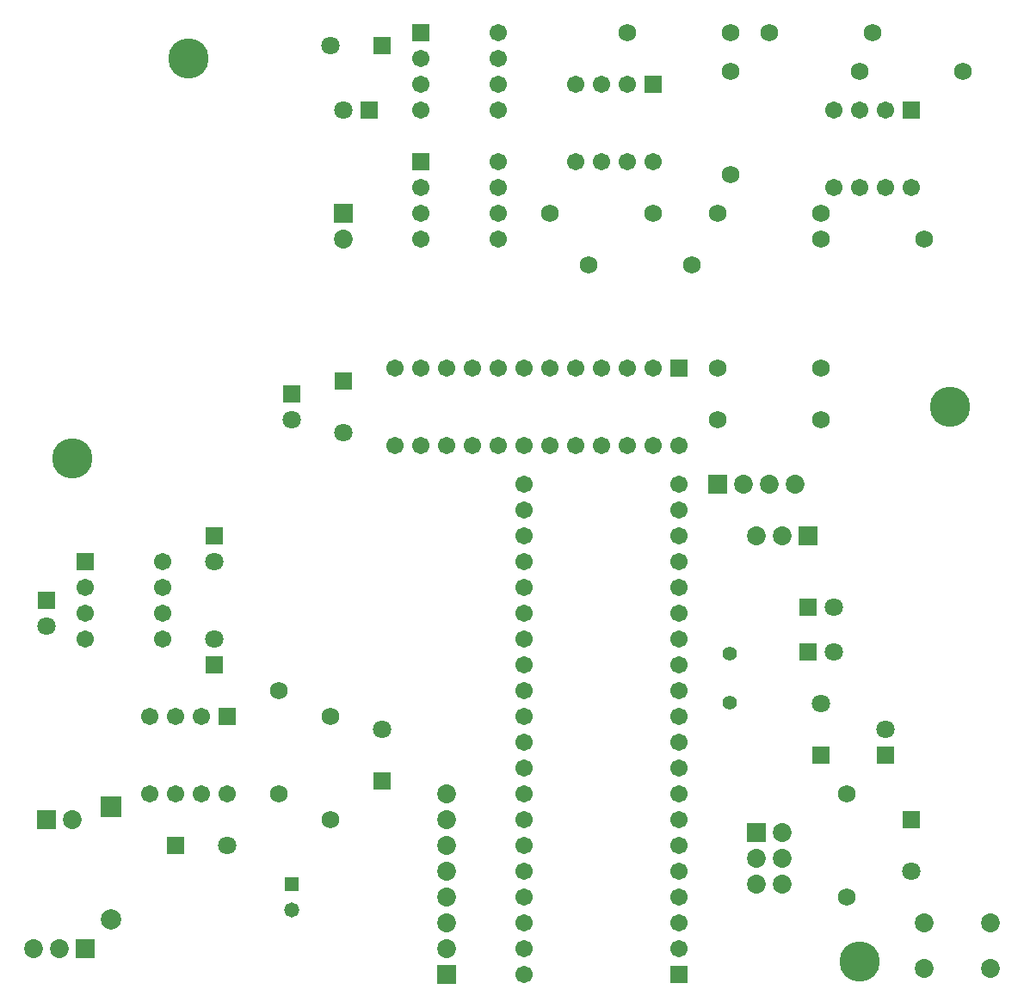
<source format=gbs>
G04 DipTrace Beta 2.3.5.2*
%INscope.GBS*%
%MOIN*%
%ADD17R,0.0709X0.0709*%
%ADD30C,0.156*%
%ADD40C,0.056*%
%ADD42C,0.0671*%
%ADD44R,0.0671X0.0671*%
%ADD46C,0.068*%
%ADD48C,0.068*%
%ADD50R,0.058X0.058*%
%ADD52C,0.058*%
%ADD54C,0.073*%
%ADD56R,0.073X0.073*%
%ADD58C,0.0789*%
%ADD60R,0.0789X0.0789*%
%ADD62C,0.071*%
%FSLAX44Y44*%
G04*
G70*
G90*
G75*
G01*
%LNBotMask*%
%LPD*%
D62*
X38940Y8940D3*
D17*
Y10940D3*
D62*
X35940Y19190D3*
D17*
X34940D3*
D62*
X35940Y17440D3*
D17*
X34940D3*
D62*
X5440Y18440D3*
D17*
Y19440D3*
D62*
X11940Y17940D3*
D17*
Y16940D3*
D62*
X16440Y40940D3*
D17*
X18440D3*
D62*
X16940Y38440D3*
D17*
X17940D3*
D62*
X11940Y20940D3*
D17*
Y21940D3*
D62*
X16940Y25940D3*
D17*
Y27940D3*
D62*
X14940Y26440D3*
D17*
Y27440D3*
D62*
X35440Y15440D3*
D17*
Y13440D3*
D62*
X37940Y14440D3*
D17*
Y13440D3*
D62*
X12440Y9940D3*
D17*
X10440D3*
D62*
X18440Y14440D3*
D17*
Y12440D3*
D60*
X7940Y11440D3*
D58*
Y7090D3*
D56*
X32940Y10440D3*
D54*
Y9440D3*
Y8440D3*
X33940D3*
Y9440D3*
Y10440D3*
D56*
X34940Y21940D3*
D54*
X33940D3*
X32940D3*
D56*
X31440Y23940D3*
D54*
X32440D3*
X33440D3*
X34440D3*
D56*
X5440Y10940D3*
D54*
X6440D3*
D56*
X16940Y34440D3*
D54*
Y33440D3*
D56*
X20940Y4940D3*
D54*
Y5940D3*
Y6940D3*
Y7940D3*
Y8940D3*
Y9940D3*
Y10940D3*
Y11940D3*
D52*
X14940Y7440D3*
D50*
Y8440D3*
D30*
X10940Y40440D3*
X6440Y24940D3*
X36940Y5440D3*
X40440Y26940D3*
D48*
X36440Y7940D3*
D46*
Y11940D3*
D48*
X31940Y39940D3*
D46*
Y35940D3*
D48*
X27940Y41440D3*
D46*
X31940D3*
D48*
X26440Y32440D3*
D46*
X30440D3*
D48*
X24940Y34440D3*
D46*
X28940D3*
D48*
X33440Y41440D3*
D46*
X37440D3*
D48*
X36940Y39940D3*
D46*
X40940D3*
D48*
X31440Y34440D3*
D46*
X35440D3*
D48*
Y33440D3*
D46*
X39440D3*
D48*
X35440Y28440D3*
D46*
X31440D3*
D48*
X35440Y26440D3*
D46*
X31440D3*
D48*
X16440Y14940D3*
D46*
Y10940D3*
D48*
X14440Y15940D3*
D46*
Y11940D3*
D54*
X39440Y6940D3*
Y5170D3*
X42000D3*
Y6940D3*
D56*
X6940Y5940D3*
D54*
X5940D3*
X4940D3*
D44*
X29940Y4940D3*
D42*
Y5940D3*
Y6940D3*
Y7940D3*
Y8940D3*
Y9940D3*
Y10940D3*
Y11940D3*
Y12940D3*
Y13940D3*
Y14940D3*
Y15940D3*
Y16940D3*
Y17940D3*
Y18940D3*
Y19940D3*
Y20940D3*
Y21940D3*
Y22940D3*
Y23940D3*
X23940D3*
Y22940D3*
Y21940D3*
Y20940D3*
Y19940D3*
Y18940D3*
Y17940D3*
Y16940D3*
Y15940D3*
Y14940D3*
Y13940D3*
Y12940D3*
Y11940D3*
Y10940D3*
Y9940D3*
Y8940D3*
Y7940D3*
Y6940D3*
Y5940D3*
Y4940D3*
D44*
X19940Y36440D3*
D42*
Y35440D3*
Y34440D3*
Y33440D3*
X22940D3*
Y34440D3*
Y35440D3*
Y36440D3*
D44*
X19940Y41440D3*
D42*
Y40440D3*
Y39440D3*
Y38440D3*
X22940D3*
Y39440D3*
Y40440D3*
Y41440D3*
D44*
X28940Y39440D3*
D42*
X27940D3*
X26940D3*
X25940D3*
Y36440D3*
X26940D3*
X27940D3*
X28940D3*
D44*
X38940Y38440D3*
D42*
X37940D3*
X36940D3*
X35940D3*
Y35440D3*
X36940D3*
X37940D3*
X38940D3*
D44*
X29940Y28440D3*
D42*
X28940D3*
X27940D3*
X26940D3*
X25940D3*
X24940D3*
X23940D3*
X22940D3*
X21940D3*
X20940D3*
X19940D3*
X18940D3*
Y25440D3*
X19940D3*
X20940D3*
X21940D3*
X22940D3*
X23940D3*
X24940D3*
X25940D3*
X26940D3*
X27940D3*
X28940D3*
X29940D3*
D44*
X12440Y14940D3*
D42*
X11440D3*
X10440D3*
X9440D3*
Y11940D3*
X10440D3*
X11440D3*
X12440D3*
D44*
X6940Y20940D3*
D42*
Y19940D3*
Y18940D3*
Y17940D3*
X9940D3*
Y18940D3*
Y19940D3*
Y20940D3*
D40*
X31890Y15490D3*
Y17390D3*
M02*

</source>
